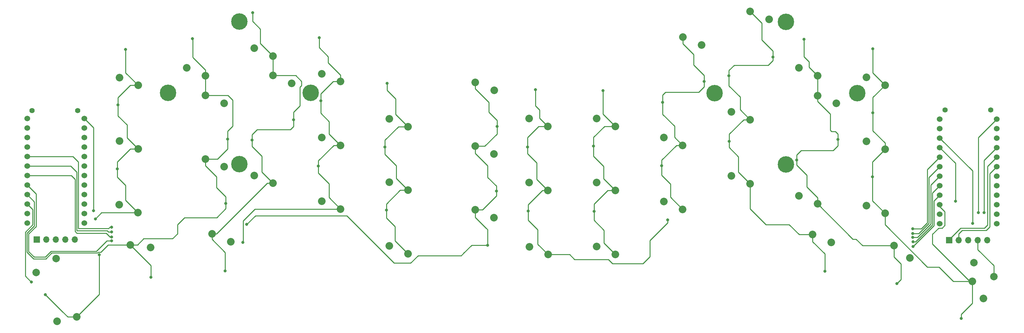
<source format=gbr>
%TF.GenerationSoftware,KiCad,Pcbnew,(6.0.5-0)*%
%TF.CreationDate,2022-12-11T16:35:27-08:00*%
%TF.ProjectId,Swept_3x6,53776570-745f-4337-9836-2e6b69636164,rev?*%
%TF.SameCoordinates,Original*%
%TF.FileFunction,Copper,L1,Top*%
%TF.FilePolarity,Positive*%
%FSLAX46Y46*%
G04 Gerber Fmt 4.6, Leading zero omitted, Abs format (unit mm)*
G04 Created by KiCad (PCBNEW (6.0.5-0)) date 2022-12-11 16:35:27*
%MOMM*%
%LPD*%
G01*
G04 APERTURE LIST*
%TA.AperFunction,ComponentPad*%
%ADD10C,1.524000*%
%TD*%
%TA.AperFunction,ComponentPad*%
%ADD11C,2.032000*%
%TD*%
%TA.AperFunction,ComponentPad*%
%ADD12C,2.000000*%
%TD*%
%TA.AperFunction,ComponentPad*%
%ADD13C,4.400000*%
%TD*%
%TA.AperFunction,ComponentPad*%
%ADD14C,1.397000*%
%TD*%
%TA.AperFunction,ComponentPad*%
%ADD15R,1.700000X1.700000*%
%TD*%
%TA.AperFunction,ComponentPad*%
%ADD16O,1.700000X1.700000*%
%TD*%
%TA.AperFunction,ViaPad*%
%ADD17C,0.800000*%
%TD*%
%TA.AperFunction,Conductor*%
%ADD18C,0.250000*%
%TD*%
G04 APERTURE END LIST*
D10*
%TO.P,U1,1,TX*%
%TO.N,CS*%
X277659800Y-49850000D03*
%TO.P,U1,2,RX*%
%TO.N,unconnected-(U1-Pad2)*%
X277659800Y-52390000D03*
%TO.P,U1,3,GND*%
%TO.N,gnd*%
X277659800Y-54930000D03*
%TO.P,U1,4,GND*%
X277659800Y-57470000D03*
%TO.P,U1,5,SDA*%
%TO.N,MOSI*%
X277659800Y-60010000D03*
%TO.P,U1,6,SCL*%
%TO.N,SCK*%
X277659800Y-62550000D03*
%TO.P,U1,7,D4*%
%TO.N,row_0*%
X277659800Y-65090000D03*
%TO.P,U1,8,C6*%
%TO.N,row_1*%
X277659800Y-67630000D03*
%TO.P,U1,9,D7*%
%TO.N,row_2*%
X277659800Y-70170000D03*
%TO.P,U1,10,E6*%
%TO.N,row_3*%
X277659800Y-72710000D03*
%TO.P,U1,11,B4*%
%TO.N,unconnected-(U1-Pad11)*%
X277659800Y-75250000D03*
%TO.P,U1,12,B5*%
%TO.N,unconnected-(U1-Pad12)*%
X277659800Y-77790000D03*
%TO.P,U1,13,B6*%
%TO.N,unconnected-(U1-Pad13)*%
X262439800Y-77790000D03*
%TO.P,U1,14,B2*%
%TO.N,unconnected-(U1-Pad14)*%
X262439800Y-75250000D03*
%TO.P,U1,15,B3*%
%TO.N,col5*%
X262439800Y-72710000D03*
%TO.P,U1,16,B1*%
%TO.N,col4*%
X262439800Y-70170000D03*
%TO.P,U1,17,F7*%
%TO.N,col3*%
X262439800Y-67630000D03*
%TO.P,U1,18,F6*%
%TO.N,col2*%
X262439800Y-65090000D03*
%TO.P,U1,19,F5*%
%TO.N,col1*%
X262439800Y-62550000D03*
%TO.P,U1,20,F4*%
%TO.N,col0*%
X262439800Y-60010000D03*
%TO.P,U1,21,VCC*%
%TO.N,vcc*%
X262439800Y-57470000D03*
%TO.P,U1,22,RST*%
%TO.N,reset*%
X262439800Y-54930000D03*
%TO.P,U1,23,GND*%
%TO.N,gnd*%
X262439800Y-52390000D03*
%TO.P,U1,24,RAW*%
%TO.N,raw*%
X262439800Y-49850000D03*
%TD*%
D11*
%TO.P,SW16,1,1*%
%TO.N,col2*%
X193776600Y-74022800D03*
%TO.P,SW16,2,2*%
%TO.N,Net-(D14-Pad2)*%
X188776600Y-71922800D03*
%TD*%
%TO.P,SW20,1,1*%
%TO.N,col3*%
X228473000Y-80739400D03*
%TO.P,SW20,2,2*%
%TO.N,Net-(D18-Pad2)*%
X233473000Y-82839400D03*
%TD*%
%TO.P,SW15,1,1*%
%TO.N,col1*%
X175818800Y-86037000D03*
%TO.P,SW15,2,2*%
%TO.N,Net-(D13-Pad2)*%
X170818800Y-83937000D03*
%TD*%
%TO.P,SW21,1,1*%
%TO.N,col4*%
X250193032Y-83658238D03*
%TO.P,SW21,2,2*%
%TO.N,Net-(D19-Pad2)*%
X254479142Y-86980777D03*
%TD*%
%TO.P,SW17,1,1*%
%TO.N,col3*%
X211785200Y-67139400D03*
%TO.P,SW17,2,2*%
%TO.N,Net-(D15-Pad2)*%
X206785200Y-65039400D03*
%TD*%
%TO.P,SW18,1,1*%
%TO.N,col4*%
X229793800Y-72498800D03*
%TO.P,SW18,2,2*%
%TO.N,Net-(D16-Pad2)*%
X224793800Y-70398800D03*
%TD*%
%TO.P,SW4,1,1*%
%TO.N,col2*%
X193802000Y-27983600D03*
%TO.P,SW4,2,2*%
%TO.N,Net-(D2-Pad2)*%
X198802000Y-30083600D03*
%TD*%
%TO.P,SW3,1,1*%
%TO.N,col1*%
X175793400Y-51823200D03*
%TO.P,SW3,2,2*%
%TO.N,Net-(D1-Pad2)*%
X170793400Y-49723200D03*
%TD*%
%TO.P,SW9,1,1*%
%TO.N,col1*%
X175793400Y-68917400D03*
%TO.P,SW9,2,2*%
%TO.N,Net-(D7-Pad2)*%
X170793400Y-66817400D03*
%TD*%
%TO.P,SW14,1,1*%
%TO.N,col0*%
X157810200Y-86062400D03*
%TO.P,SW14,2,2*%
%TO.N,Net-(D12-Pad2)*%
X152810200Y-83962400D03*
%TD*%
%TO.P,SW12,1,1*%
%TO.N,col4*%
X229793800Y-43579200D03*
%TO.P,SW12,2,2*%
%TO.N,Net-(D10-Pad2)*%
X234793800Y-45679200D03*
%TD*%
%TO.P,SW11,1,1*%
%TO.N,col3*%
X211785200Y-50019800D03*
%TO.P,SW11,2,2*%
%TO.N,Net-(D9-Pad2)*%
X206785200Y-47919800D03*
%TD*%
%TO.P,SW8,1,1*%
%TO.N,col0*%
X157784800Y-68942800D03*
%TO.P,SW8,2,2*%
%TO.N,Net-(D6-Pad2)*%
X152784800Y-66842800D03*
%TD*%
%TO.P,SW6,1,1*%
%TO.N,col4*%
X229819200Y-38259600D03*
%TO.P,SW6,2,2*%
%TO.N,Net-(D4-Pad2)*%
X224819200Y-36159600D03*
%TD*%
%TO.P,SW5,1,1*%
%TO.N,col3*%
X211810600Y-21125600D03*
%TO.P,SW5,2,2*%
%TO.N,Net-(D3-Pad2)*%
X216810600Y-23225600D03*
%TD*%
%TO.P,SW2,1,1*%
%TO.N,col0*%
X157784800Y-51823200D03*
%TO.P,SW2,2,2*%
%TO.N,Net-(D0-Pad2)*%
X152784800Y-49723200D03*
%TD*%
D12*
%TO.P,RSW1,1,1*%
%TO.N,gnd*%
X276852244Y-91994123D03*
%TO.P,RSW1,2,2*%
%TO.N,reset*%
X271527756Y-88265877D03*
%TD*%
D11*
%TO.P,SW10,1,1*%
%TO.N,col2*%
X193776600Y-56903200D03*
%TO.P,SW10,2,2*%
%TO.N,Net-(D8-Pad2)*%
X188776600Y-54803200D03*
%TD*%
D13*
%TO.P,REF\u002A\u002A,1*%
%TO.N,N/C*%
X240352000Y-42936000D03*
X202252000Y-42936000D03*
X221302000Y-23886000D03*
X221302000Y-61986000D03*
%TD*%
D10*
%TO.P,U2,1,TX*%
%TO.N,CSr*%
X33942000Y-49722800D03*
%TO.P,U2,2,RX*%
%TO.N,unconnected-(U2-Pad2)*%
X33942000Y-52262800D03*
%TO.P,U2,3,GND*%
%TO.N,gnd_r*%
X33942000Y-54802800D03*
%TO.P,U2,4,GND*%
X33942000Y-57342800D03*
%TO.P,U2,5,SDA*%
%TO.N,MOSIr*%
X33942000Y-59882800D03*
%TO.P,U2,6,SCL*%
%TO.N,SCKr*%
X33942000Y-62422800D03*
%TO.P,U2,7,D4*%
%TO.N,row_0r*%
X33942000Y-64962800D03*
%TO.P,U2,8,C6*%
%TO.N,row_1r*%
X33942000Y-67502800D03*
%TO.P,U2,9,D7*%
%TO.N,row_2r*%
X33942000Y-70042800D03*
%TO.P,U2,10,E6*%
%TO.N,row_3r*%
X33942000Y-72582800D03*
%TO.P,U2,11,B4*%
%TO.N,unconnected-(U2-Pad11)*%
X33942000Y-75122800D03*
%TO.P,U2,12,B5*%
%TO.N,unconnected-(U2-Pad12)*%
X33942000Y-77662800D03*
%TO.P,U2,13,B6*%
%TO.N,unconnected-(U2-Pad13)*%
X18722000Y-77662800D03*
%TO.P,U2,14,B2*%
%TO.N,unconnected-(U2-Pad14)*%
X18722000Y-75122800D03*
%TO.P,U2,15,B3*%
%TO.N,col5r*%
X18722000Y-72582800D03*
%TO.P,U2,16,B1*%
%TO.N,col4r*%
X18722000Y-70042800D03*
%TO.P,U2,17,F7*%
%TO.N,col3r*%
X18722000Y-67502800D03*
%TO.P,U2,18,F6*%
%TO.N,col2r*%
X18722000Y-64962800D03*
%TO.P,U2,19,F5*%
%TO.N,col1r*%
X18722000Y-62422800D03*
%TO.P,U2,20,F4*%
%TO.N,col0r*%
X18722000Y-59882800D03*
%TO.P,U2,21,VCC*%
%TO.N,vcc_r*%
X18722000Y-57342800D03*
%TO.P,U2,22,RST*%
%TO.N,reset_r*%
X18722000Y-54802800D03*
%TO.P,U2,23,GND*%
%TO.N,gnd_r*%
X18722000Y-52262800D03*
%TO.P,U2,24,RAW*%
%TO.N,raw_r*%
X18722000Y-49722800D03*
%TD*%
D11*
%TO.P,SW17_r1,1,1*%
%TO.N,col3r*%
X84378800Y-67012400D03*
%TO.P,SW17_r1,2,2*%
%TO.N,Net-(Dr15-Pad2)*%
X79378800Y-64912400D03*
%TD*%
%TO.P,SW11_r1,1,1*%
%TO.N,col3r*%
X84353400Y-38219800D03*
%TO.P,SW11_r1,2,2*%
%TO.N,Net-(Dr9-Pad2)*%
X89353400Y-40319800D03*
%TD*%
%TO.P,SW15_r1,1,1*%
%TO.N,col1r*%
X120396000Y-85859200D03*
%TO.P,SW15_r1,2,2*%
%TO.N,Net-(Dr13-Pad2)*%
X115396000Y-83759200D03*
%TD*%
%TO.P,SW18_r1,1,1*%
%TO.N,col4r*%
X66344800Y-60521000D03*
%TO.P,SW18_r1,2,2*%
%TO.N,Net-(Dr16-Pad2)*%
X71344800Y-62621000D03*
%TD*%
%TO.P,SW6_r1,1,1*%
%TO.N,col4r*%
X66344800Y-38259600D03*
%TO.P,SW6_r1,2,2*%
%TO.N,Net-(Dr4-Pad2)*%
X61344800Y-36159600D03*
%TD*%
%TO.P,SW5_r1,1,1*%
%TO.N,col3r*%
X84378800Y-33001800D03*
%TO.P,SW5_r1,2,2*%
%TO.N,Net-(Dr3-Pad2)*%
X79378800Y-30901800D03*
%TD*%
%TO.P,SW2_r1,1,1*%
%TO.N,col0r*%
X138404600Y-40074000D03*
%TO.P,SW2_r1,2,2*%
%TO.N,Net-(Dr0-Pad2)*%
X143404600Y-42174000D03*
%TD*%
%TO.P,SW16_r1,1,1*%
%TO.N,col2r*%
X102412800Y-73895800D03*
%TO.P,SW16_r1,2,2*%
%TO.N,Net-(Dr14-Pad2)*%
X97412800Y-71795800D03*
%TD*%
%TO.P,SW4_r1,1,1*%
%TO.N,col2r*%
X102387400Y-39834400D03*
%TO.P,SW4_r1,2,2*%
%TO.N,Net-(Dr2-Pad2)*%
X97387400Y-37734400D03*
%TD*%
%TO.P,SW13_r1,1,1*%
%TO.N,col5r*%
X48336200Y-57843000D03*
%TO.P,SW13_r1,2,2*%
%TO.N,Net-(Dr11-Pad2)*%
X43336200Y-55743000D03*
%TD*%
%TO.P,SW12_r1,1,1*%
%TO.N,col4r*%
X66344800Y-43528400D03*
%TO.P,SW12_r1,2,2*%
%TO.N,Net-(Dr10-Pad2)*%
X71344800Y-45628400D03*
%TD*%
%TO.P,SW3_r1,1,1*%
%TO.N,col1r*%
X120396000Y-51874000D03*
%TO.P,SW3_r1,2,2*%
%TO.N,Net-(Dr1-Pad2)*%
X115396000Y-49774000D03*
%TD*%
%TO.P,SW8_r1,1,1*%
%TO.N,col0r*%
X138379200Y-57066600D03*
%TO.P,SW8_r1,2,2*%
%TO.N,Net-(Dr6-Pad2)*%
X143379200Y-59166600D03*
%TD*%
%TO.P,SW21_r1,1,1*%
%TO.N,col4r*%
X46250368Y-83455038D03*
%TO.P,SW21_r1,2,2*%
%TO.N,Net-(Dr19-Pad2)*%
X51623517Y-84189387D03*
%TD*%
%TO.P,SW9_r1,1,1*%
%TO.N,col1r*%
X120396000Y-68866600D03*
%TO.P,SW9_r1,2,2*%
%TO.N,Net-(Dr7-Pad2)*%
X115396000Y-66766600D03*
%TD*%
%TO.P,SW20_r1,1,1*%
%TO.N,col3r*%
X68072000Y-80510800D03*
%TO.P,SW20_r1,2,2*%
%TO.N,Net-(Dr18-Pad2)*%
X73072000Y-82610800D03*
%TD*%
%TO.P,SW7_r1,1,1*%
%TO.N,col5r*%
X48336200Y-40850400D03*
%TO.P,SW7_r1,2,2*%
%TO.N,Net-(Dr5-Pad2)*%
X43336200Y-38750400D03*
%TD*%
D13*
%TO.P,REF\u002A\u002A,1*%
%TO.N,N/C*%
X94407400Y-42878400D03*
X56307400Y-42878400D03*
X75357400Y-61928400D03*
X75357400Y-23828400D03*
%TD*%
D12*
%TO.P,RSW2,1,1*%
%TO.N,gnd_r*%
X26412244Y-87115877D03*
%TO.P,RSW2,2,2*%
%TO.N,reset_r*%
X21087756Y-90844123D03*
%TD*%
D11*
%TO.P,SW13,1,1*%
%TO.N,col5*%
X247827800Y-57944600D03*
%TO.P,SW13,2,2*%
%TO.N,Net-(D11-Pad2)*%
X242827800Y-55844600D03*
%TD*%
%TO.P,SW22,1,1*%
%TO.N,col5*%
X271150901Y-93211003D03*
%TO.P,SW22,2,2*%
%TO.N,Net-(D20-Pad2)*%
X274042151Y-97799104D03*
%TD*%
%TO.P,SW19,1,1*%
%TO.N,col5*%
X247827800Y-75064200D03*
%TO.P,SW19,2,2*%
%TO.N,Net-(D17-Pad2)*%
X242827800Y-72964200D03*
%TD*%
%TO.P,SW19_r1,1,1*%
%TO.N,col5r*%
X48310800Y-74861000D03*
%TO.P,SW19_r1,2,2*%
%TO.N,Net-(Dr17-Pad2)*%
X43310800Y-72761000D03*
%TD*%
D14*
%TO.P,Bat+1,1,1*%
%TO.N,BT+*%
X263855200Y-47396400D03*
%TD*%
D11*
%TO.P,SW10_r1,1,1*%
%TO.N,col2r*%
X102387400Y-56877800D03*
%TO.P,SW10_r1,2,2*%
%TO.N,Net-(Dr8-Pad2)*%
X97387400Y-54777800D03*
%TD*%
%TO.P,SW22_r1,1,1*%
%TO.N,col5r*%
X31968637Y-102744927D03*
%TO.P,SW22_r1,2,2*%
%TO.N,Net-(Dr20-Pad2)*%
X26668366Y-103892590D03*
%TD*%
D14*
%TO.P,BatGND1,1,1*%
%TO.N,gnd*%
X275996400Y-47447200D03*
%TD*%
%TO.P,Bat+r1,1,1*%
%TO.N,BT+_r*%
X20040600Y-47574200D03*
%TD*%
D15*
%TO.P,J1,1,Pin_1*%
%TO.N,MOSI*%
X264965000Y-82180000D03*
D16*
%TO.P,J1,2,Pin_2*%
%TO.N,SCK*%
X267505000Y-82180000D03*
%TO.P,J1,3,Pin_3*%
%TO.N,vcc*%
X270045000Y-82180000D03*
%TO.P,J1,4,Pin_4*%
%TO.N,gnd*%
X272585000Y-82180000D03*
%TO.P,J1,5,Pin_5*%
%TO.N,CS*%
X275125000Y-82180000D03*
%TD*%
D11*
%TO.P,SW14_r1,1,1*%
%TO.N,col0r*%
X138379200Y-74084600D03*
%TO.P,SW14_r1,2,2*%
%TO.N,Net-(Dr12-Pad2)*%
X143379200Y-76184600D03*
%TD*%
%TO.P,SW7,1,1*%
%TO.N,col5*%
X247827800Y-40825000D03*
%TO.P,SW7,2,2*%
%TO.N,Net-(D5-Pad2)*%
X242827800Y-38725000D03*
%TD*%
D15*
%TO.P,J2,1,Pin_1*%
%TO.N,MOSIr*%
X21230000Y-82090000D03*
D16*
%TO.P,J2,2,Pin_2*%
%TO.N,SCKr*%
X23770000Y-82090000D03*
%TO.P,J2,3,Pin_3*%
%TO.N,vcc_r*%
X26310000Y-82090000D03*
%TO.P,J2,4,Pin_4*%
%TO.N,gnd_r*%
X28850000Y-82090000D03*
%TO.P,J2,5,Pin_5*%
%TO.N,CSr*%
X31390000Y-82090000D03*
%TD*%
D14*
%TO.P,BatGND4,1,1*%
%TO.N,gnd_r*%
X32207200Y-47625000D03*
%TD*%
D17*
%TO.N,gnd*%
X274260000Y-74860000D03*
%TO.N,vcc*%
X266620000Y-71770000D03*
%TO.N,reset*%
X271230000Y-77750000D03*
%TO.N,CS*%
X272740000Y-74890000D03*
%TO.N,CSr*%
X36395000Y-74345000D03*
%TO.N,col0*%
X189763400Y-76809600D03*
X255219200Y-79171800D03*
X154457400Y-42011600D03*
X152501600Y-74472800D03*
X152323800Y-57302400D03*
%TO.N,col1*%
X255219200Y-80483697D03*
X170103800Y-74498200D03*
X169976800Y-57073800D03*
X172516800Y-42240200D03*
%TO.N,col2*%
X255219200Y-81483200D03*
X188188600Y-62306200D03*
X188417200Y-45364400D03*
X199517000Y-39801800D03*
%TO.N,col3*%
X206121000Y-38277800D03*
X217855800Y-33274000D03*
X206171800Y-55778400D03*
X255270000Y-82651600D03*
X231724200Y-90551000D03*
%TO.N,col4*%
X226187000Y-28549600D03*
X255320800Y-83921600D03*
X235204000Y-55321200D03*
X250952000Y-93827600D03*
X224256600Y-60782200D03*
%TO.N,col5*%
X244475000Y-65303400D03*
X244576600Y-48158400D03*
X244551200Y-31064200D03*
X268198600Y-103124000D03*
%TO.N,col0r*%
X77343000Y-78028800D03*
X41275000Y-78765400D03*
X144170400Y-51866800D03*
X144018000Y-69062600D03*
X141630400Y-83540600D03*
%TO.N,col1r*%
X114249200Y-57327800D03*
X114808000Y-40335200D03*
X114655600Y-74168000D03*
X41249600Y-80010000D03*
%TO.N,col2r*%
X96494600Y-62382400D03*
X97104200Y-44983400D03*
X96723200Y-28092400D03*
X41249600Y-81356200D03*
X76327000Y-82854800D03*
%TO.N,col3r*%
X89814400Y-50063400D03*
X71602600Y-90398600D03*
X78968600Y-21463000D03*
X41249600Y-82397600D03*
X78765400Y-55448200D03*
%TO.N,col4r*%
X51790600Y-92100400D03*
X72212200Y-55194200D03*
X62865000Y-28371800D03*
X71729600Y-72440800D03*
%TO.N,col5r*%
X37973000Y-86131400D03*
X42976800Y-46075600D03*
X23571200Y-96748600D03*
X42773600Y-63169800D03*
X36906200Y-76530200D03*
X45008800Y-31267400D03*
X19837400Y-93370400D03*
%TD*%
D18*
%TO.N,gnd*%
X276852244Y-89012244D02*
X272585000Y-84745000D01*
X276852244Y-91994123D02*
X276852244Y-89012244D01*
X274260000Y-60869800D02*
X277659800Y-57470000D01*
X274260000Y-74860000D02*
X274260000Y-60869800D01*
X272585000Y-84745000D02*
X272585000Y-82180000D01*
%TO.N,vcc*%
X266620000Y-61650200D02*
X262439800Y-57470000D01*
X266620000Y-71770000D02*
X266620000Y-61650200D01*
%TO.N,reset*%
X262439800Y-54930000D02*
X271230000Y-63720200D01*
X271230000Y-63720200D02*
X271230000Y-77750000D01*
%TO.N,MOSI*%
X264965000Y-82075000D02*
X268030000Y-79010000D01*
X275210000Y-62459800D02*
X277659800Y-60010000D01*
X274360000Y-79010000D02*
X274380000Y-79030000D01*
X268030000Y-79010000D02*
X274360000Y-79010000D01*
X274380000Y-79030000D02*
X275210000Y-78200000D01*
X264965000Y-82180000D02*
X264965000Y-82075000D01*
X275210000Y-78200000D02*
X275210000Y-62459800D01*
%TO.N,SCK*%
X267505000Y-80535000D02*
X268450000Y-79590000D01*
X275790000Y-64419800D02*
X277659800Y-62550000D01*
X274840000Y-79590000D02*
X275790000Y-78640000D01*
X267505000Y-82180000D02*
X267505000Y-80535000D01*
X268450000Y-79590000D02*
X274840000Y-79590000D01*
X275790000Y-78640000D02*
X275790000Y-64419800D01*
%TO.N,CS*%
X272740000Y-54769800D02*
X277659800Y-49850000D01*
X272740000Y-74890000D02*
X272740000Y-54769800D01*
%TO.N,CSr*%
X36395000Y-74345000D02*
X36395000Y-52175800D01*
X36395000Y-52175800D02*
X33942000Y-49722800D01*
%TO.N,col0*%
X189763400Y-77546200D02*
X189763400Y-76809600D01*
X152323800Y-57302400D02*
X152323800Y-59080400D01*
X157784800Y-51823200D02*
X155313800Y-51823200D01*
X155549600Y-48437800D02*
X155549600Y-47454992D01*
X155067000Y-83319200D02*
X157810200Y-86062400D01*
X259110720Y-63339080D02*
X262439800Y-60010000D01*
X155067000Y-79425800D02*
X155067000Y-83319200D01*
X154813000Y-61569600D02*
X154813000Y-65971000D01*
X259110720Y-77540162D02*
X259110720Y-63339080D01*
X157784800Y-51823200D02*
X155549600Y-49588000D01*
X175056800Y-88493600D02*
X183184800Y-88493600D01*
X163557800Y-86062400D02*
X164872911Y-87377511D01*
X183184800Y-88493600D02*
X185013600Y-86664800D01*
X155313800Y-51823200D02*
X152323800Y-54813200D01*
X152501600Y-76860400D02*
X155067000Y-79425800D01*
X154813000Y-65971000D02*
X157784800Y-68942800D01*
X185013600Y-82296000D02*
X189763400Y-77546200D01*
X152323800Y-59080400D02*
X154813000Y-61569600D01*
X157810200Y-86062400D02*
X163557800Y-86062400D01*
X152323800Y-54813200D02*
X152323800Y-57302400D01*
X255219200Y-79171800D02*
X257479082Y-79171800D01*
X152501600Y-72745600D02*
X152501600Y-74472800D01*
X155549600Y-49588000D02*
X155549600Y-48437800D01*
X257479082Y-79171800D02*
X259110720Y-77540162D01*
X173940711Y-87377511D02*
X175056800Y-88493600D01*
X154457400Y-46362792D02*
X154457400Y-42011600D01*
X155549600Y-47454992D02*
X154457400Y-46362792D01*
X156304400Y-68942800D02*
X152501600Y-72745600D01*
X164872911Y-87377511D02*
X173940711Y-87377511D01*
X157784800Y-68942800D02*
X156304400Y-68942800D01*
X152501600Y-74472800D02*
X152501600Y-76860400D01*
X185013600Y-86664800D02*
X185013600Y-82296000D01*
%TO.N,col1*%
X169976800Y-57073800D02*
X169976800Y-54711600D01*
X169976800Y-59817000D02*
X169976800Y-57073800D01*
X172865200Y-51823200D02*
X175793400Y-51823200D01*
X172770800Y-79578200D02*
X170103800Y-76911200D01*
X173779600Y-68917400D02*
X175793400Y-68917400D01*
X256802903Y-80483697D02*
X259560240Y-77726360D01*
X175793400Y-68917400D02*
X172669200Y-65793200D01*
X175818800Y-86037000D02*
X172770800Y-82989000D01*
X170103800Y-76911200D02*
X170103800Y-74498200D01*
X170103800Y-72593200D02*
X173779600Y-68917400D01*
X255219200Y-80483697D02*
X256802903Y-80483697D01*
X259560240Y-77726360D02*
X259560240Y-65429560D01*
X175793400Y-51823200D02*
X172516800Y-48546600D01*
X172669200Y-65793200D02*
X172669200Y-62509400D01*
X169976800Y-54711600D02*
X172865200Y-51823200D01*
X259560240Y-65429560D02*
X262439800Y-62550000D01*
X172770800Y-82989000D02*
X172770800Y-79578200D01*
X172516800Y-48546600D02*
X172516800Y-42240200D01*
X172669200Y-62509400D02*
X169976800Y-59817000D01*
X170103800Y-74498200D02*
X170103800Y-72593200D01*
%TO.N,col2*%
X189153800Y-42697400D02*
X198043800Y-42697400D01*
X196723000Y-35407600D02*
X196723000Y-32639000D01*
X192093000Y-56903200D02*
X193776600Y-56903200D01*
X188417200Y-43434000D02*
X189153800Y-42697400D01*
X193776600Y-56903200D02*
X191592200Y-54718800D01*
X188188600Y-62306200D02*
X188188600Y-60807600D01*
X260009760Y-67520040D02*
X262439800Y-65090000D01*
X188417200Y-45364400D02*
X188417200Y-43434000D01*
X193776600Y-74022800D02*
X190500000Y-70746200D01*
X196723000Y-32639000D02*
X193802000Y-29718000D01*
X199517000Y-38201600D02*
X196723000Y-35407600D01*
X199517000Y-39801800D02*
X199517000Y-38201600D01*
X256463082Y-81483200D02*
X260009760Y-77936522D01*
X190500000Y-70746200D02*
X190500000Y-67208400D01*
X260009760Y-77936522D02*
X260009760Y-67520040D01*
X193802000Y-29718000D02*
X193802000Y-27983600D01*
X188417200Y-48590200D02*
X188417200Y-45364400D01*
X188188600Y-64897000D02*
X188188600Y-62306200D01*
X191592200Y-51765200D02*
X188417200Y-48590200D01*
X188188600Y-60807600D02*
X192093000Y-56903200D01*
X199517000Y-41224200D02*
X199517000Y-39801800D01*
X191592200Y-54718800D02*
X191592200Y-51765200D01*
X190500000Y-67208400D02*
X188188600Y-64897000D01*
X255219200Y-81483200D02*
X256463082Y-81483200D01*
X198043800Y-42697400D02*
X199517000Y-41224200D01*
%TO.N,col3*%
X209143600Y-47378200D02*
X209143600Y-43992800D01*
X228473000Y-82651600D02*
X231724200Y-85902800D01*
X255270000Y-82651600D02*
X255930400Y-82651600D01*
X216611200Y-35458400D02*
X217855800Y-34213800D01*
X260459280Y-69610520D02*
X262439800Y-67630000D01*
X217855800Y-31648400D02*
X214909400Y-28702000D01*
X260459280Y-78122720D02*
X260459280Y-69610520D01*
X214909400Y-28702000D02*
X214909400Y-24224400D01*
X206121000Y-40970200D02*
X206121000Y-38277800D01*
X231724200Y-85902800D02*
X231724200Y-90551000D01*
X217855800Y-33274000D02*
X217855800Y-31648400D01*
X206171800Y-57454800D02*
X206171800Y-55778400D01*
X208635600Y-63989800D02*
X208635600Y-59918600D01*
X217855800Y-34213800D02*
X217855800Y-33274000D01*
X222173800Y-78054200D02*
X224859000Y-80739400D01*
X224859000Y-80739400D02*
X228473000Y-80739400D01*
X211785200Y-67139400D02*
X208635600Y-63989800D01*
X210050800Y-50019800D02*
X211785200Y-50019800D01*
X255930400Y-82651600D02*
X260459280Y-78122720D01*
X211785200Y-67139400D02*
X211785200Y-73837800D01*
X211785200Y-73837800D02*
X216001600Y-78054200D01*
X206171800Y-55778400D02*
X206171800Y-53898800D01*
X216001600Y-78054200D02*
X222173800Y-78054200D01*
X211785200Y-50019800D02*
X209143600Y-47378200D01*
X206171800Y-53898800D02*
X210050800Y-50019800D01*
X208635600Y-59918600D02*
X206171800Y-57454800D01*
X228473000Y-80739400D02*
X228473000Y-82651600D01*
X214909400Y-24224400D02*
X211810600Y-21125600D01*
X206121000Y-36880800D02*
X207543400Y-35458400D01*
X209143600Y-43992800D02*
X206121000Y-40970200D01*
X206121000Y-38277800D02*
X206121000Y-36880800D01*
X207543400Y-35458400D02*
X216611200Y-35458400D01*
%TO.N,col4*%
X250193032Y-83658238D02*
X250193032Y-86693232D01*
X235204000Y-55321200D02*
X235204000Y-56997600D01*
X225425000Y-58242200D02*
X224256600Y-59410600D01*
X224256600Y-60782200D02*
X224256600Y-62179200D01*
X233959400Y-58242200D02*
X225425000Y-58242200D01*
X239235400Y-81940400D02*
X240080800Y-81940400D01*
X229793800Y-43579200D02*
X229793800Y-45135800D01*
X229793800Y-45135800D02*
X233197400Y-48539400D01*
X250193032Y-86693232D02*
X252069600Y-88569800D01*
X229819200Y-38259600D02*
X227558600Y-35999000D01*
X226187000Y-33197800D02*
X226187000Y-28549600D01*
X229793800Y-72498800D02*
X239235400Y-81940400D01*
X235204000Y-53848000D02*
X235204000Y-55321200D01*
X240080800Y-81940400D02*
X241798638Y-83658238D01*
X227558600Y-35382200D02*
X227558600Y-34569400D01*
X234518200Y-53162200D02*
X235204000Y-53848000D01*
X229793800Y-70840600D02*
X229793800Y-72498800D01*
X233197400Y-52832000D02*
X233527600Y-53162200D01*
X233197400Y-48539400D02*
X233197400Y-52832000D01*
X241798638Y-83658238D02*
X250193032Y-83658238D01*
X260908800Y-78333600D02*
X260908800Y-71701000D01*
X226237800Y-33248600D02*
X226187000Y-33197800D01*
X224256600Y-59410600D02*
X224256600Y-60782200D01*
X255320800Y-83921600D02*
X260908800Y-78333600D01*
X229819200Y-43553800D02*
X229793800Y-43579200D01*
X227558600Y-34569400D02*
X226237800Y-33248600D01*
X224256600Y-62179200D02*
X226923600Y-64846200D01*
X260908800Y-71701000D02*
X262439800Y-70170000D01*
X252069600Y-92710000D02*
X250952000Y-93827600D01*
X252069600Y-88569800D02*
X252069600Y-92710000D01*
X229819200Y-38259600D02*
X229819200Y-43553800D01*
X235204000Y-56997600D02*
X233959400Y-58242200D01*
X226923600Y-67970400D02*
X229793800Y-70840600D01*
X226923600Y-64846200D02*
X226923600Y-67970400D01*
X227558600Y-35999000D02*
X227558600Y-35382200D01*
X233527600Y-53162200D02*
X234518200Y-53162200D01*
%TO.N,col5*%
X247827800Y-56235600D02*
X247827800Y-57944600D01*
X247827800Y-40825000D02*
X244551200Y-37548400D01*
X247827800Y-40825000D02*
X244576600Y-44076200D01*
X244576600Y-48158400D02*
X244576600Y-52984400D01*
X270401003Y-93211003D02*
X271150901Y-93211003D01*
X263780000Y-78260000D02*
X263070000Y-78970000D01*
X263780000Y-74570000D02*
X263780000Y-78260000D01*
X247827800Y-57944600D02*
X244475000Y-61297400D01*
X244551200Y-36271200D02*
X244551200Y-31064200D01*
X247827800Y-78105000D02*
X259130800Y-89408000D01*
X259130800Y-89408000D02*
X262204200Y-89408000D01*
X266007203Y-93211003D02*
X271150901Y-93211003D01*
X247827800Y-75064200D02*
X247827800Y-78105000D01*
X244576600Y-44076200D02*
X244576600Y-48158400D01*
X269036800Y-101168200D02*
X268198600Y-102006400D01*
X244475000Y-65303400D02*
X244475000Y-71711400D01*
X262439800Y-72710000D02*
X262439800Y-73229800D01*
X263070000Y-78970000D02*
X262130000Y-78970000D01*
X244475000Y-71711400D02*
X247827800Y-75064200D01*
X262130000Y-78970000D02*
X260470000Y-80630000D01*
X271150901Y-99054099D02*
X269036800Y-101168200D01*
X268198600Y-102006400D02*
X268198600Y-103124000D01*
X271150901Y-93211003D02*
X271150901Y-99054099D01*
X244551200Y-37548400D02*
X244551200Y-36271200D01*
X262439800Y-73229800D02*
X263780000Y-74570000D01*
X244576600Y-52984400D02*
X247827800Y-56235600D01*
X262204200Y-89408000D02*
X266007203Y-93211003D01*
X244475000Y-61297400D02*
X244475000Y-65303400D01*
X260470000Y-83280000D02*
X270401003Y-93211003D01*
X260470000Y-80630000D02*
X260470000Y-83280000D01*
%TO.N,col0r*%
X141706600Y-62331600D02*
X141706600Y-65455800D01*
X138379200Y-74084600D02*
X138379200Y-76098400D01*
X140926400Y-57066600D02*
X138379200Y-57066600D01*
X138379200Y-59004200D02*
X141706600Y-62331600D01*
X141630400Y-79349600D02*
X141630400Y-83540600D01*
X138404600Y-40074000D02*
X138404600Y-41757600D01*
X123113800Y-86360000D02*
X121132600Y-88341200D01*
X141706600Y-65455800D02*
X144018000Y-67767200D01*
X144170400Y-50190400D02*
X144170400Y-51866800D01*
X144018000Y-67767200D02*
X144018000Y-69062600D01*
X144170400Y-51866800D02*
X144170400Y-53822600D01*
X32400000Y-79070200D02*
X32400000Y-61320000D01*
X41275000Y-78765400D02*
X40767000Y-78765400D01*
X30962800Y-59882800D02*
X18722000Y-59882800D01*
X32400000Y-61320000D02*
X30962800Y-59882800D01*
X140342200Y-74084600D02*
X138379200Y-74084600D01*
X141351000Y-79070200D02*
X141630400Y-79349600D01*
X141630400Y-83540600D02*
X137439400Y-83540600D01*
X138379200Y-76098400D02*
X141351000Y-79070200D01*
X40767000Y-78765400D02*
X40462200Y-79070200D01*
X142011400Y-48031400D02*
X144170400Y-50190400D01*
X116662200Y-88341200D02*
X110159800Y-81838800D01*
X144018000Y-70408800D02*
X140342200Y-74084600D01*
X134620000Y-86360000D02*
X123723400Y-86360000D01*
X82880200Y-75717400D02*
X79654400Y-75717400D01*
X135255000Y-85725000D02*
X134620000Y-86360000D01*
X104038400Y-75717400D02*
X82880200Y-75717400D01*
X121132600Y-88341200D02*
X116662200Y-88341200D01*
X138404600Y-41757600D02*
X142011400Y-45364400D01*
X144170400Y-53822600D02*
X140926400Y-57066600D01*
X40462200Y-79070200D02*
X32400000Y-79070200D01*
X110159800Y-81838800D02*
X104038400Y-75717400D01*
X137439400Y-83540600D02*
X135255000Y-85725000D01*
X142011400Y-45364400D02*
X142011400Y-48031400D01*
X138379200Y-57066600D02*
X138379200Y-59004200D01*
X123723400Y-86360000D02*
X123113800Y-86360000D01*
X144018000Y-69062600D02*
X144018000Y-70408800D01*
X79654400Y-75717400D02*
X77343000Y-78028800D01*
%TO.N,col1r*%
X114249200Y-57327800D02*
X114249200Y-59283600D01*
X114655600Y-72542400D02*
X114655600Y-74168000D01*
X114249200Y-59283600D02*
X117271800Y-62306200D01*
X30322800Y-62422800D02*
X18722000Y-62422800D01*
X117119400Y-44475400D02*
X115011200Y-42367200D01*
X40106600Y-79705200D02*
X31950480Y-79705200D01*
X118331400Y-68866600D02*
X114655600Y-72542400D01*
X117271800Y-65742400D02*
X120396000Y-68866600D01*
X120396000Y-51874000D02*
X117119400Y-48597400D01*
X114249200Y-55499000D02*
X114249200Y-57327800D01*
X41249600Y-80010000D02*
X40411400Y-80010000D01*
X114808000Y-42164000D02*
X114808000Y-40335200D01*
X116941600Y-78613000D02*
X116941600Y-82404800D01*
X117874200Y-51874000D02*
X114249200Y-55499000D01*
X40411400Y-80010000D02*
X40106600Y-79705200D01*
X31950480Y-79705200D02*
X31950480Y-64050480D01*
X117271800Y-62306200D02*
X117271800Y-65742400D01*
X120396000Y-51874000D02*
X117874200Y-51874000D01*
X116941600Y-82404800D02*
X120396000Y-85859200D01*
X117119400Y-48597400D02*
X117119400Y-47269400D01*
X115011200Y-42367200D02*
X114808000Y-42164000D01*
X117119400Y-47269400D02*
X117119400Y-44475400D01*
X31950480Y-64050480D02*
X30322800Y-62422800D01*
X114655600Y-76327000D02*
X116941600Y-78613000D01*
X114655600Y-74168000D02*
X114655600Y-76327000D01*
X120396000Y-68866600D02*
X118331400Y-68866600D01*
%TO.N,col2r*%
X99085400Y-33197800D02*
X96672400Y-30784800D01*
X96494600Y-60960000D02*
X96494600Y-62382400D01*
X96494600Y-62382400D02*
X96494600Y-64312800D01*
X96494600Y-64312800D02*
X99339400Y-67157600D01*
X41249600Y-81356200D02*
X40816200Y-81356200D01*
X102387400Y-38150800D02*
X99085400Y-34848800D01*
X31500960Y-79891397D02*
X31500960Y-65990960D01*
X76352400Y-82829400D02*
X76352400Y-77089000D01*
X31500960Y-65990960D02*
X30472800Y-64962800D01*
X76352400Y-77089000D02*
X79545600Y-73895800D01*
X102387400Y-39834400D02*
X102387400Y-38150800D01*
X100399000Y-39834400D02*
X97104200Y-43129200D01*
X99339400Y-67157600D02*
X99339400Y-70822400D01*
X97104200Y-43129200D02*
X97104200Y-44983400D01*
X102387400Y-56877800D02*
X100576800Y-56877800D01*
X97104200Y-44983400D02*
X97104200Y-48310800D01*
X99364800Y-50571400D02*
X99364800Y-53855200D01*
X99364800Y-53855200D02*
X102387400Y-56877800D01*
X100576800Y-56877800D02*
X96494600Y-60960000D01*
X40816200Y-81356200D02*
X39800200Y-80340200D01*
X97104200Y-48310800D02*
X99364800Y-50571400D01*
X96672400Y-30784800D02*
X96672400Y-28143200D01*
X102387400Y-39834400D02*
X100399000Y-39834400D01*
X99339400Y-70822400D02*
X102412800Y-73895800D01*
X79545600Y-73895800D02*
X102412800Y-73895800D01*
X30472800Y-64962800D02*
X18722000Y-64962800D01*
X96672400Y-28143200D02*
X96723200Y-28092400D01*
X76327000Y-82854800D02*
X76352400Y-82829400D01*
X99085400Y-34848800D02*
X99085400Y-33197800D01*
X39800200Y-80340200D02*
X31949763Y-80340200D01*
X31949763Y-80340200D02*
X31500960Y-79891397D01*
%TO.N,col3r*%
X69298400Y-80510800D02*
X68072000Y-80510800D01*
X81356200Y-59766200D02*
X81356200Y-63989800D01*
X81000600Y-29623600D02*
X81000600Y-28194000D01*
X20595718Y-86720000D02*
X19109520Y-85233802D01*
X90416800Y-38219800D02*
X91973400Y-39776400D01*
X37162919Y-85180480D02*
X25093802Y-85180480D01*
X89814400Y-48031400D02*
X89814400Y-50063400D01*
X78765400Y-54000400D02*
X78765400Y-55448200D01*
X78765400Y-57175400D02*
X81356200Y-59766200D01*
X91973400Y-39776400D02*
X91973400Y-40868600D01*
X68072000Y-81965800D02*
X71602600Y-85496400D01*
X71602600Y-85496400D02*
X71602600Y-90398600D01*
X89814400Y-50063400D02*
X89814400Y-51841400D01*
X41249600Y-82397600D02*
X39945799Y-82397600D01*
X23554282Y-86720000D02*
X20595718Y-86720000D01*
X84378800Y-67012400D02*
X82796800Y-67012400D01*
X79070200Y-23901400D02*
X78968600Y-23799800D01*
X81000600Y-25831800D02*
X79070200Y-23901400D01*
X21066640Y-69847440D02*
X18722000Y-67502800D01*
X84353400Y-38219800D02*
X90416800Y-38219800D01*
X91541600Y-46304200D02*
X89814400Y-48031400D01*
X19109520Y-80526197D02*
X21066640Y-78569077D01*
X21066640Y-78569077D02*
X21066640Y-69847440D01*
X78765400Y-55448200D02*
X78765400Y-57175400D01*
X81356200Y-63989800D02*
X84378800Y-67012400D01*
X84378800Y-33001800D02*
X81000600Y-29623600D01*
X81000600Y-28194000D02*
X81000600Y-25831800D01*
X82796800Y-67012400D02*
X69298400Y-80510800D01*
X89814400Y-51841400D02*
X89001600Y-52654200D01*
X39945799Y-82397600D02*
X37162919Y-85180480D01*
X19109520Y-85233802D02*
X19109520Y-80526197D01*
X84378800Y-38194400D02*
X84353400Y-38219800D01*
X25093802Y-85180480D02*
X23554282Y-86720000D01*
X84378800Y-33001800D02*
X84378800Y-38194400D01*
X91973400Y-40868600D02*
X91541600Y-41300400D01*
X89001600Y-52654200D02*
X80111600Y-52654200D01*
X91541600Y-41300400D02*
X91541600Y-46304200D01*
X68072000Y-80510800D02*
X68072000Y-81965800D01*
X78968600Y-23799800D02*
X78968600Y-21463000D01*
X80111600Y-52654200D02*
X78765400Y-54000400D01*
%TO.N,col4r*%
X72212200Y-55194200D02*
X72212200Y-57810400D01*
X72212200Y-57810400D02*
X69501600Y-60521000D01*
X46250368Y-83455038D02*
X51790600Y-88995270D01*
X66344800Y-36779200D02*
X63068200Y-33502600D01*
X72212200Y-53136800D02*
X72212200Y-55194200D01*
X71729600Y-72440800D02*
X71729600Y-73787000D01*
X40294962Y-83455038D02*
X38350000Y-85400000D01*
X66344800Y-38259600D02*
X66344800Y-36779200D01*
X60731400Y-76174600D02*
X58826400Y-78079600D01*
X18660000Y-85420000D02*
X18660000Y-80340000D01*
X38350000Y-85400000D02*
X37679786Y-85400000D01*
X57531000Y-81838800D02*
X49834800Y-81838800D01*
X69342000Y-76174600D02*
X60731400Y-76174600D01*
X48218562Y-83455038D02*
X46250368Y-83455038D01*
X66344800Y-62306200D02*
X69291200Y-65252600D01*
X69291200Y-68148200D02*
X71729600Y-70586600D01*
X46250368Y-83455038D02*
X40294962Y-83455038D01*
X71729600Y-70586600D02*
X71729600Y-72440800D01*
X73609200Y-51739800D02*
X72212200Y-53136800D01*
X63068200Y-33502600D02*
X62890400Y-33324800D01*
X58826400Y-78079600D02*
X58826400Y-80543400D01*
X62890400Y-30226000D02*
X62890400Y-28397200D01*
X69291200Y-65252600D02*
X69291200Y-68148200D01*
X66344800Y-38259600D02*
X66344800Y-43528400D01*
X20617120Y-71937920D02*
X18722000Y-70042800D01*
X37449786Y-85630000D02*
X25280000Y-85630000D01*
X62890400Y-28397200D02*
X62865000Y-28371800D01*
X58826400Y-80543400D02*
X57531000Y-81838800D01*
X73609200Y-44831000D02*
X73609200Y-51739800D01*
X62890400Y-33324800D02*
X62890400Y-30226000D01*
X72306600Y-43528400D02*
X73609200Y-44831000D01*
X69501600Y-60521000D02*
X66344800Y-60521000D01*
X66344800Y-43528400D02*
X72306600Y-43528400D01*
X23710000Y-87200000D02*
X20440000Y-87200000D01*
X20440000Y-87200000D02*
X18660000Y-85420000D01*
X18660000Y-80340000D02*
X20617120Y-78382880D01*
X49834800Y-81838800D02*
X48218562Y-83455038D01*
X51790600Y-88995270D02*
X51790600Y-92100400D01*
X37679786Y-85400000D02*
X37449786Y-85630000D01*
X66344800Y-60521000D02*
X66344800Y-62306200D01*
X71729600Y-73787000D02*
X69342000Y-76174600D01*
X20617120Y-78382880D02*
X20617120Y-71937920D01*
X25280000Y-85630000D02*
X23710000Y-87200000D01*
%TO.N,col5r*%
X28067000Y-101244400D02*
X23571200Y-96748600D01*
X19761200Y-93370400D02*
X18190000Y-91799200D01*
X45364400Y-51409600D02*
X45364400Y-54871200D01*
X44983400Y-37497600D02*
X44983400Y-36322000D01*
X46271600Y-57843000D02*
X42773600Y-61341000D01*
X48336200Y-40850400D02*
X44983400Y-37497600D01*
X44983400Y-31292800D02*
X45008800Y-31267400D01*
X42773600Y-63169800D02*
X42773600Y-65354200D01*
X18190000Y-91799200D02*
X18190000Y-80080000D01*
X44983400Y-36322000D02*
X44983400Y-31292800D01*
X37973000Y-86131400D02*
X37973000Y-96740564D01*
X19837400Y-93370400D02*
X19761200Y-93370400D01*
X42773600Y-61341000D02*
X42773600Y-63169800D01*
X48336200Y-40850400D02*
X46220800Y-40850400D01*
X38575400Y-74861000D02*
X36906200Y-76530200D01*
X45008800Y-71559000D02*
X48310800Y-74861000D01*
X42976800Y-49022000D02*
X45364400Y-51409600D01*
X48336200Y-57843000D02*
X46271600Y-57843000D01*
X20167600Y-74028400D02*
X18722000Y-72582800D01*
X48310800Y-74861000D02*
X38575400Y-74861000D01*
X46220800Y-40850400D02*
X42976800Y-44094400D01*
X31968637Y-102744927D02*
X29567527Y-102744927D01*
X42773600Y-65354200D02*
X45008800Y-67589400D01*
X45364400Y-54871200D02*
X48336200Y-57843000D01*
X18190000Y-80080000D02*
X20167600Y-78102400D01*
X20167600Y-78102400D02*
X20167600Y-74028400D01*
X37973000Y-96740564D02*
X31968637Y-102744927D01*
X45008800Y-67589400D02*
X45008800Y-71559000D01*
X29567527Y-102744927D02*
X28067000Y-101244400D01*
X42976800Y-44094400D02*
X42976800Y-46075600D01*
X42976800Y-46075600D02*
X42976800Y-49022000D01*
%TD*%
M02*

</source>
